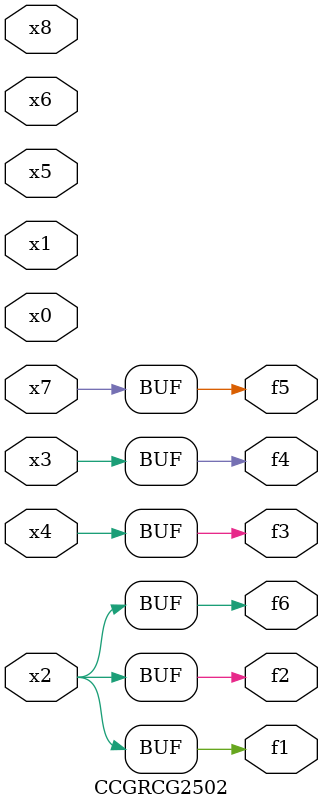
<source format=v>
module CCGRCG2502(
	input x0, x1, x2, x3, x4, x5, x6, x7, x8,
	output f1, f2, f3, f4, f5, f6
);
	assign f1 = x2;
	assign f2 = x2;
	assign f3 = x4;
	assign f4 = x3;
	assign f5 = x7;
	assign f6 = x2;
endmodule

</source>
